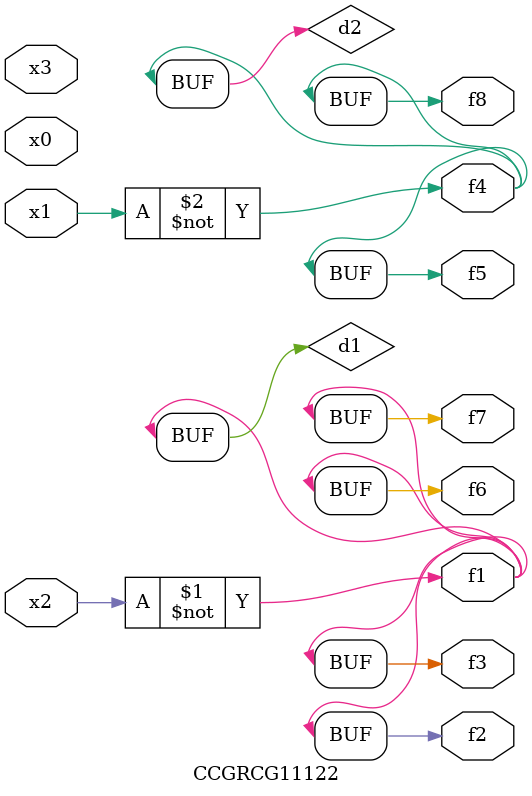
<source format=v>
module CCGRCG11122(
	input x0, x1, x2, x3,
	output f1, f2, f3, f4, f5, f6, f7, f8
);

	wire d1, d2;

	xnor (d1, x2);
	not (d2, x1);
	assign f1 = d1;
	assign f2 = d1;
	assign f3 = d1;
	assign f4 = d2;
	assign f5 = d2;
	assign f6 = d1;
	assign f7 = d1;
	assign f8 = d2;
endmodule

</source>
